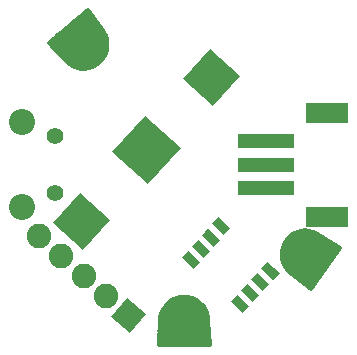
<source format=gbs>
G75*
%MOIN*%
%OFA0B0*%
%FSLAX24Y24*%
%IPPOS*%
%LPD*%
%AMOC8*
5,1,8,0,0,1.08239X$1,22.5*
%
%ADD10C,0.0556*%
%ADD11C,0.0867*%
%ADD12R,0.0316X0.0552*%
%ADD13R,0.1891X0.0474*%
%ADD14R,0.1419X0.0710*%
%ADD15C,0.1346*%
%ADD16C,0.0120*%
%ADD17R,0.0820X0.0820*%
%ADD18C,0.0820*%
%ADD19R,0.1615X0.1615*%
%ADD20R,0.1340X0.1340*%
D10*
X002330Y005205D03*
X002330Y007115D03*
D11*
X001228Y007581D03*
X001228Y004739D03*
D12*
G36*
X006566Y003057D02*
X006777Y003292D01*
X007186Y002923D01*
X006975Y002688D01*
X006566Y003057D01*
G37*
G36*
X006901Y003429D02*
X007112Y003664D01*
X007521Y003295D01*
X007310Y003060D01*
X006901Y003429D01*
G37*
G36*
X007236Y003800D02*
X007447Y004035D01*
X007856Y003666D01*
X007645Y003431D01*
X007236Y003800D01*
G37*
G36*
X007570Y004172D02*
X007781Y004407D01*
X008190Y004038D01*
X007979Y003803D01*
X007570Y004172D01*
G37*
G36*
X009209Y002697D02*
X009420Y002932D01*
X009829Y002563D01*
X009618Y002328D01*
X009209Y002697D01*
G37*
G36*
X008874Y002325D02*
X009085Y002560D01*
X009494Y002191D01*
X009283Y001956D01*
X008874Y002325D01*
G37*
G36*
X008539Y001954D02*
X008750Y002189D01*
X009159Y001820D01*
X008948Y001585D01*
X008539Y001954D01*
G37*
G36*
X008205Y001582D02*
X008416Y001817D01*
X008825Y001448D01*
X008614Y001213D01*
X008205Y001582D01*
G37*
D13*
X009365Y005373D03*
X009365Y006160D03*
X009365Y006947D03*
D14*
X011412Y007892D03*
X011412Y004428D03*
D15*
X010698Y003160D03*
X006648Y000960D03*
X003298Y010160D03*
D16*
X003902Y009640D02*
X002690Y009640D01*
X002685Y009646D02*
X002771Y009554D01*
X002872Y009477D01*
X002983Y009417D01*
X003103Y009376D01*
X003227Y009355D01*
X003353Y009354D01*
X003478Y009374D01*
X003598Y009413D01*
X003711Y009472D01*
X003812Y009547D01*
X003899Y009636D01*
X003972Y009738D01*
X004029Y009849D01*
X004067Y009968D01*
X004088Y010091D01*
X004089Y010216D01*
X004071Y010339D01*
X004035Y010459D01*
X003981Y010571D01*
X003910Y010674D01*
X003434Y011319D01*
X002132Y010226D01*
X002685Y009646D01*
X002577Y009759D02*
X003983Y009759D01*
X004038Y009877D02*
X002465Y009877D01*
X002352Y009996D02*
X004072Y009996D01*
X004088Y010114D02*
X002239Y010114D01*
X002139Y010233D02*
X004087Y010233D01*
X004068Y010351D02*
X002281Y010351D01*
X002422Y010470D02*
X004030Y010470D01*
X003970Y010588D02*
X002563Y010588D01*
X002704Y010707D02*
X003887Y010707D01*
X003799Y010825D02*
X002846Y010825D01*
X002987Y010944D02*
X003712Y010944D01*
X003624Y011062D02*
X003128Y011062D01*
X003269Y011181D02*
X003537Y011181D01*
X003449Y011299D02*
X003410Y011299D01*
X003777Y009522D02*
X002813Y009522D01*
X003024Y009403D02*
X003567Y009403D01*
X010120Y003718D02*
X010042Y003619D01*
X009981Y003510D01*
X009937Y003393D01*
X009911Y003271D01*
X009904Y003146D01*
X009916Y003022D01*
X009947Y002901D01*
X009996Y002786D01*
X010062Y002681D01*
X010144Y002586D01*
X010239Y002505D01*
X010865Y002005D01*
X011840Y003397D01*
X011156Y003815D01*
X011049Y003882D01*
X010932Y003930D01*
X010809Y003959D01*
X010683Y003968D01*
X010557Y003956D01*
X010435Y003924D01*
X010319Y003873D01*
X010214Y003803D01*
X010120Y003718D01*
X010118Y003715D02*
X011321Y003715D01*
X011515Y003597D02*
X010030Y003597D01*
X009969Y003478D02*
X011709Y003478D01*
X011814Y003360D02*
X009930Y003360D01*
X009909Y003241D02*
X011731Y003241D01*
X011648Y003123D02*
X009906Y003123D01*
X009921Y003004D02*
X011565Y003004D01*
X011482Y002886D02*
X009954Y002886D01*
X010009Y002767D02*
X011399Y002767D01*
X011316Y002649D02*
X010090Y002649D01*
X010209Y002530D02*
X011233Y002530D01*
X011150Y002412D02*
X010355Y002412D01*
X010504Y002293D02*
X011067Y002293D01*
X010984Y002175D02*
X010653Y002175D01*
X010801Y002056D02*
X010901Y002056D01*
X011127Y003834D02*
X010260Y003834D01*
X010543Y003952D02*
X010839Y003952D01*
X007366Y001327D02*
X007413Y001210D01*
X007440Y001086D01*
X007448Y000960D01*
X007498Y000160D01*
X005798Y000160D01*
X007498Y000160D01*
X007490Y000279D02*
X005805Y000279D01*
X005812Y000397D02*
X007483Y000397D01*
X007475Y000516D02*
X005820Y000516D01*
X005827Y000634D02*
X007468Y000634D01*
X007461Y000753D02*
X005835Y000753D01*
X005842Y000871D02*
X007453Y000871D01*
X007446Y000990D02*
X005850Y000990D01*
X005848Y000960D02*
X005860Y001084D01*
X005890Y001205D01*
X005939Y001320D01*
X006005Y001426D01*
X006087Y001521D01*
X006181Y001602D01*
X006287Y001668D01*
X006402Y001717D01*
X006523Y001748D01*
X006648Y001760D01*
X006774Y001753D01*
X006897Y001725D01*
X007014Y001679D01*
X007123Y001613D01*
X007219Y001531D01*
X007301Y001435D01*
X007366Y001327D01*
X007355Y001345D02*
X005955Y001345D01*
X005900Y001227D02*
X007406Y001227D01*
X007436Y001108D02*
X005866Y001108D01*
X005848Y000960D02*
X005798Y000160D01*
X006037Y001464D02*
X007277Y001464D01*
X007159Y001582D02*
X006158Y001582D01*
X006363Y001701D02*
X006959Y001701D01*
D17*
G36*
X004217Y001100D02*
X004760Y001713D01*
X005373Y001170D01*
X004830Y000557D01*
X004217Y001100D01*
G37*
D18*
X002549Y003123D03*
X003298Y002460D03*
X004047Y001797D03*
X001800Y003785D03*
D19*
G36*
X004259Y006601D02*
X005339Y007799D01*
X006537Y006719D01*
X005457Y005521D01*
X004259Y006601D01*
G37*
D20*
G36*
X002291Y004212D02*
X003188Y005207D01*
X004183Y004310D01*
X003286Y003315D01*
X002291Y004212D01*
G37*
G36*
X006612Y009010D02*
X007509Y010005D01*
X008504Y009108D01*
X007607Y008113D01*
X006612Y009010D01*
G37*
M02*

</source>
